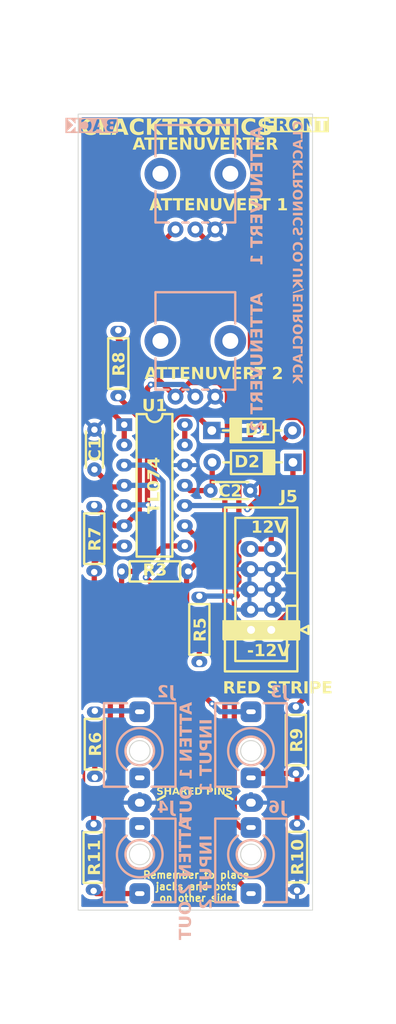
<source format=kicad_pcb>
(kicad_pcb (version 20240108) (generator "pcbnew") (generator_version "8.0")
  (layers (0 "F.Cu" signal) (31 "B.Cu" signal) (34 "B.Paste" user) (35 "F.Paste" user) (36 "B.SilkS" user "B.Silkscreen") (37 "F.SilkS" user "F.Silkscreen") (38 "B.Mask" user) (39 "F.Mask" user) (44 "Edge.Cuts" user))
  (net 0 "")
  (net 1 "+12V")
  (net 2 "Net-(D1-A)")
  (net 3 "Net-(D2-K)")
  (net 4 "-12V")
  (net 5 "GND")
  (net 7 "Net-(J2-PadT)")
  (net 8 "Net-(U1A-+)")
  (net 9 "Net-(J3-PadTN)")
  (net 10 "Net-(J4-PadT)")
  (net 12 "Net-(U1A--)")
  (net 13 "Net-(U1C--)")
  (net 14 "Net-(U1D--)")
  (net 15 "Net-(R11-Pad1)")
  (net 16 "Net-(U1B--)")
  (net 17 "Net-(U1C-+)")
  (net 18 "Net-(U1B-+)")
  (net 19 "Net-(R3-Pad2)")
  (net 20 "Net-(J6-PadT)")
  (footprint "BYOM_General:D_TH_DO-41_P10.16mm" (layer "F.Cu") (at 138.77 84.6)
    (property "Reference" "D1" (at 5.775 0 0) (layer "F.SilkS") (effects (font (size 1.5 1.5) (thickness 0.2) (bold yes))))
    (property "Value" "1N5817")
    (fp_line (start 1.4 0) (end 2.35 0) (stroke (width 0.3)) (layer "F.SilkS"))
    (fp_line (start 2.36 -1.47) (end 2.36 1.47) (stroke (width 0.3)) (layer "F.SilkS"))
    (fp_line (start 2.36 1.47) (end 7.8 1.47) (stroke (width 0.3)) (layer "F.SilkS"))
    (fp_line (start 7.8 -1.47) (end 2.36 -1.47) (stroke (width 0.3)) (layer "F.SilkS"))
    (fp_line (start 7.8 -1.47) (end 3.75 -1.5) (stroke (width 0.12)) (layer "F.SilkS"))
    (fp_line (start 7.8 0) (end 8.75 0) (stroke (width 0.3)) (layer "F.SilkS"))
    (fp_line (start 7.8 1.47) (end 7.8 -1.47) (stroke (width 0.3)) (layer "F.SilkS"))
    (fp_poly (pts (xy 2.36 -1.47) (xy 2.36 1.47) (xy 3.75 1.5) (xy 3.75 -1.5)) (stroke (width 0.1)) (fill solid) (layer "F.SilkS"))
    (pad "1" thru_hole rect (at 0 0) (size 2.2 2.2) (drill 1.1) (layers "*.Cu" "*.Mask") (net 1 "+12V"))
    (pad "2" thru_hole oval (at 10.16 0) (size 2.2 2.2) (drill 1.1) (layers "*.Cu" "*.Mask") (net 2 "Net-(D1-A)"))
  )
  (footprint "BYOM_General:IDC-Header_2x05_P2.54mm_Vertical" (layer "F.Cu") (at 146.25 109.645 180)
    (property "Reference" "J5" (at -2.2 16.67 180) (layer "F.SilkS") (effects (font (size 1.5 1.5) (thickness 0.2) (bold yes))))
    (property "Value" "Eurorack socket")
    (fp_line (start 5.83 15.37) (end -3.29 15.37) (stroke (width 0.3)) (layer "F.SilkS"))
    (fp_line (start 5.83 -5.21) (end 5.83 15.37) (stroke (width 0.3)) (layer "F.SilkS"))
    (fp_line (start 4.52 14.07) (end -1.98 14.07) (stroke (width 0.3)) (layer "F.SilkS"))
    (fp_line (start 4.52 -3.91) (end 4.52 14.07) (stroke (width 0.3)) (layer "F.SilkS"))
    (fp_line (start -1.98 14.07) (end -1.98 7.13) (stroke (width 0.3)) (layer "F.SilkS"))
    (fp_line (start -1.98 7.13) (end -1.98 7.13) (stroke (width 0.3)) (layer "F.SilkS"))
    (fp_line (start -1.98 7.13) (end -3.29 7.13) (stroke (width 0.3)) (layer "F.SilkS"))
    (fp_line (start -1.98 3.03) (end -1.98 -3.91) (stroke (width 0.3)) (layer "F.SilkS"))
    (fp_line (start -1.98 -3.91) (end 4.52 -3.91) (stroke (width 0.3)) (layer "F.SilkS"))
    (fp_line (start -3.29 15.37) (end -3.29 -5.21) (stroke (width 0.3)) (layer "F.SilkS"))
    (fp_line (start -3.29 3.03) (end -1.98 3.03) (stroke (width 0.3)) (layer "F.SilkS"))
    (fp_line (start -3.29 -5.21) (end 5.83 -5.21) (stroke (width 0.3)) (layer "F.SilkS"))
    (fp_line (start -3.68 0) (end -4.68 -0.5) (stroke (width 0.3)) (layer "F.SilkS"))
    (fp_line (start -4.68 0.5) (end -3.68 0) (stroke (width 0.3)) (layer "F.SilkS"))
    (fp_line (start -4.68 -0.5) (end -4.68 0.5) (stroke (width 0.3)) (layer "F.SilkS"))
    (pad "1" thru_hole roundrect (at 0 0 180) (size 2.3 2) (drill 1 (offset -0.2 0)) (layers "*.Cu" "*.Mask") (roundrect_rratio 0.125) (net 3 "Net-(D2-K)"))
    (pad "2" thru_hole oval (at 2.54 0 180) (size 2.3 2) (drill 1 (offset 0.2 0)) (layers "*.Cu" "*.Mask") (net 3 "Net-(D2-K)"))
    (pad "3" thru_hole oval (at 0 2.54 180) (size 2.3 2) (drill 1 (offset -0.2 0)) (layers "*.Cu" "*.Mask") (net 5 "GND"))
    (pad "4" thru_hole oval (at 2.54 2.54 180) (size 2.3 2) (drill 1 (offset 0.2 0)) (layers "*.Cu" "*.Mask") (net 5 "GND"))
    (pad "5" thru_hole oval (at 0 5.08 180) (size 2.3 2) (drill 1 (offset -0.2 0)) (layers "*.Cu" "*.Mask") (net 5 "GND"))
    (pad "6" thru_hole oval (at 2.54 5.08 180) (size 2.3 2) (drill 1 (offset 0.2 0)) (layers "*.Cu" "*.Mask") (net 5 "GND"))
    (pad "7" thru_hole oval (at 0 7.62 180) (size 2.3 2) (drill 1 (offset -0.2 0)) (layers "*.Cu" "*.Mask") (net 5 "GND"))
    (pad "8" thru_hole oval (at 2.54 7.62 180) (size 2.3 2) (drill 1 (offset 0.2 0)) (layers "*.Cu" "*.Mask") (net 5 "GND"))
    (pad "9" thru_hole oval (at 0 10.16 180) (size 2.3 2) (drill 1 (offset -0.2 0)) (layers "*.Cu" "*.Mask") (net 2 "Net-(D1-A)"))
    (pad "10" thru_hole oval (at 2.54 10.16 180) (size 2.3 2) (drill 1 (offset 0.2 0)) (layers "*.Cu" "*.Mask") (net 2 "Net-(D1-A)"))
  )
  (footprint "BYOM_General:R_Axial_DIN0204_L3.6mm_D1.6mm_P7.62mm_Horizontal" (layer "F.Cu") (at 127 72 -90)
    (property "Reference" "R8" (at 4.25 -0.15 90) (layer "F.SilkS") (effects (font (size 1.5 1.5) (thickness 0.2) (bold yes))))
    (property "Value" "100kΩ")
    (fp_line (start 1.016 1.27) (end 7.366 1.27) (stroke (width 0.3)) (layer "F.SilkS"))
    (fp_line (start 7.366 1.27) (end 7.366 -1.27) (stroke (width 0.3)) (layer "F.SilkS"))
    (fp_line (start 1.016 -1.27) (end 1.016 1.27) (stroke (width 0.3)) (layer "F.SilkS"))
    (fp_line (start 7.366 -1.27) (end 1.016 -1.27) (stroke (width 0.3)) (layer "F.SilkS"))
    (pad "1" thru_hole oval (at 0 0 270) (size 1.4 2) (drill 0.8 (offset 0.15 0)) (layers "*.Cu" "*.Mask") (net 20 "Net-(J6-PadT)"))
    (pad "2" thru_hole oval (at 8.382 0 90) (size 1.4 2) (drill 0.8 (offset 0.15 0)) (layers "*.Cu" "*.Mask") (net 16 "Net-(U1B--)"))
  )
  (footprint "BYOM_General:R_Axial_DIN0204_L3.6mm_D1.6mm_P7.62mm_Horizontal" (layer "F.Cu") (at 149.5 134 -90)
    (property "Reference" "R10" (at 4.191 -0.15 90) (layer "F.SilkS") (effects (font (size 1.5 1.5) (thickness 0.2) (bold yes))))
    (property "Value" "100kΩ")
    (fp_line (start 1.016 1.27) (end 7.366 1.27) (stroke (width 0.3)) (layer "F.SilkS"))
    (fp_line (start 7.366 1.27) (end 7.366 -1.27) (stroke (width 0.3)) (layer "F.SilkS"))
    (fp_line (start 1.016 -1.27) (end 1.016 1.27) (stroke (width 0.3)) (layer "F.SilkS"))
    (fp_line (start 7.366 -1.27) (end 1.016 -1.27) (stroke (width 0.3)) (layer "F.SilkS"))
    (pad "1" thru_hole oval (at 0 0 270) (size 1.4 2) (drill 0.8 (offset 0.15 0)) (layers "*.Cu" "*.Mask") (net 9 "Net-(J3-PadTN)"))
    (pad "2" thru_hole oval (at 8.382 0 90) (size 1.4 2) (drill 0.8 (offset 0.15 0)) (layers "*.Cu" "*.Mask") (net 5 "GND"))
  )
  (footprint "BYOM_General:R_Axial_DIN0204_L3.6mm_D1.6mm_P7.62mm_Horizontal" (layer "F.Cu") (at 135.8 102.3 180)
    (property "Reference" "R3" (at 4.191 0.1 180) (layer "F.SilkS") (effects (font (size 1.5 1.5) (thickness 0.2) (bold yes))))
    (property "Value" "100kΩ")
    (fp_line (start 7.366 1.27) (end 7.366 -1.27) (stroke (width 0.3)) (layer "F.SilkS"))
    (fp_line (start 7.366 -1.27) (end 1.016 -1.27) (stroke (width 0.3)) (layer "F.SilkS"))
    (fp_line (start 1.016 1.27) (end 7.366 1.27) (stroke (width 0.3)) (layer "F.SilkS"))
    (fp_line (start 1.016 -1.27) (end 1.016 1.27) (stroke (width 0.3)) (layer "F.SilkS"))
    (pad "1" thru_hole oval (at 0 0 180) (size 1.4 2) (drill 0.8 (offset 0.15 0)) (layers "*.Cu" "*.Mask") (net 13 "Net-(U1C--)"))
    (pad "2" thru_hole oval (at 8.382 0) (size 1.4 2) (drill 0.8 (offset 0.15 0)) (layers "*.Cu" "*.Mask") (net 19 "Net-(R3-Pad2)"))
  )
  (footprint "BYOM_General:DIP-14_W7.62mm_LongPads_copy" (layer "F.Cu") (at 127.75 83.87)
    (property "Reference" "U1" (at 3.81 -2.33 0) (layer "F.SilkS") (effects (font (size 1.5 1.5) (thickness 0.2) (bold yes))))
    (property "Value" "TL074")
    (fp_line (start 1.56 -1.33) (end 1.56 16.57) (stroke (width 0.3)) (layer "F.SilkS"))
    (fp_line (start 1.56 16.57) (end 6.06 16.57) (stroke (width 0.3)) (layer "F.SilkS"))
    (fp_line (start 2.81 -1.33) (end 1.56 -1.33) (stroke (width 0.3)) (layer "F.SilkS"))
    (fp_line (start 6.06 -1.33) (end 4.81 -1.33) (stroke (width 0.3)) (layer "F.SilkS"))
    (fp_line (start 6.06 16.57) (end 6.06 -1.33) (stroke (width 0.3)) (layer "F.SilkS"))
    (fp_arc (start 4.81 -1.33) (mid 3.81 -0.33) (end 2.81 -1.33) (stroke (width 0.3)) (layer "F.SilkS"))
    (pad "1" thru_hole rect (at 0 0) (size 2 1.6) (drill 0.8) (layers "*.Cu" "*.Mask") (net 12 "Net-(U1A--)"))
    (pad "2" thru_hole oval (at 0 2.54) (size 2 1.6) (drill 0.8) (layers "*.Cu" "*.Mask") (net 12 "Net-(U1A--)"))
    (pad "3" thru_hole oval (at 0 5.08) (size 2 1.6) (drill 0.8) (layers "*.Cu" "*.Mask") (net 8 "Net-(U1A-+)"))
    (pad "4" thru_hole oval (at 0 7.62) (size 2 1.6) (drill 0.8) (layers "*.Cu" "*.Mask") (net 1 "+12V"))
    (pad "5" thru_hole oval (at 0 10.16) (size 2 1.6) (drill 0.8) (layers "*.Cu" "*.Mask") (net 18 "Net-(U1B-+)"))
    (pad "6" thru_hole oval (at 0 12.7) (size 2 1.6) (drill 0.8) (layers "*.Cu" "*.Mask") (net 16 "Net-(U1B--)"))
    (pad "7" thru_hole oval (at 0 15.24) (size 2 1.6) (drill 0.8) (layers "*.Cu" "*.Mask") (net 15 "Net-(R11-Pad1)"))
    (pad "8" thru_hole oval (at 7.62 15.24) (size 2 1.6) (drill 0.8) (layers "*.Cu" "*.Mask") (net 19 "Net-(R3-Pad2)"))
    (pad "9" thru_hole oval (at 7.62 12.7) (size 2 1.6) (drill 0.8) (layers "*.Cu" "*.Mask") (net 13 "Net-(U1C--)"))
    (pad "10" thru_hole oval (at 7.62 10.16) (size 2 1.6) (drill 0.8) (layers "*.Cu" "*.Mask") (net 17 "Net-(U1C-+)"))
    (pad "11" thru_hole oval (at 7.62 7.62) (size 2 1.6) (drill 0.8) (layers "*.Cu" "*.Mask") (net 4 "-12V"))
    (pad "12" thru_hole oval (at 7.62 5.08) (size 2 1.6) (drill 0.8) (layers "*.Cu" "*.Mask") (net 5 "GND"))
    (pad "13" thru_hole oval (at 7.62 2.54) (size 2 1.6) (drill 0.8) (layers "*.Cu" "*.Mask") (net 14 "Net-(U1D--)"))
    (pad "14" thru_hole oval (at 7.62 0) (size 2 1.6) (drill 0.8) (layers "*.Cu" "*.Mask") (net 14 "Net-(U1D--)"))
  )
  (footprint "BYOM_General:R_Axial_DIN0204_L3.6mm_D1.6mm_P7.62mm_Horizontal" (layer "F.Cu") (at 137.2 105.4 -90)
    (property "Reference" "R5" (at 4.225 -0.175 90) (layer "F.SilkS") (effects (font (size 1.5 1.5) (thickness 0.2) (bold yes))))
    (property "Value" "100kΩ")
    (fp_line (start 1.016 1.27) (end 7.366 1.27) (stroke (width 0.3)) (layer "F.SilkS"))
    (fp_line (start 7.366 1.27) (end 7.366 -1.27) (stroke (width 0.3)) (layer "F.SilkS"))
    (fp_line (start 1.016 -1.27) (end 1.016 1.27) (stroke (width 0.3)) (layer "F.SilkS"))
    (fp_line (start 7.366 -1.27) (end 1.016 -1.27) (stroke (width 0.3)) (layer "F.SilkS"))
    (pad "1" thru_hole oval (at 0 0 270) (size 1.4 2) (drill 0.8 (offset 0.15 0)) (layers "*.Cu" "*.Mask") (net 12 "Net-(U1A--)"))
    (pad "2" thru_hole oval (at 8.382 0 90) (size 1.4 2) (drill 0.8 (offset 0.15 0)) (layers "*.Cu" "*.Mask") (net 13 "Net-(U1C--)"))
  )
  (footprint "BYOM_General:R_Axial_DIN0204_L3.6mm_D1.6mm_P7.62mm_Horizontal" (layer "F.Cu") (at 124.05 128.2 90)
    (property "Reference" "R6" (at 4.2 0.15 -90) (layer "F.SilkS") (effects (font (size 1.5 1.5) (thickness 0.2) (bold yes))))
    (property "Value" "1kΩ")
    (fp_line (start 7.366 -1.27) (end 1.016 -1.27) (stroke (width 0.3)) (layer "F.SilkS"))
    (fp_line (start 1.016 -1.27) (end 1.016 1.27) (stroke (width 0.3)) (layer "F.SilkS"))
    (fp_line (start 7.366 1.27) (end 7.366 -1.27) (stroke (width 0.3)) (layer "F.SilkS"))
    (fp_line (start 1.016 1.27) (end 7.366 1.27) (stroke (width 0.3)) (layer "F.SilkS"))
    (pad "1" thru_hole oval (at 0 0 90) (size 1.4 2) (drill 0.8 (offset 0.15 0)) (layers "*.Cu" "*.Mask") (net 19 "Net-(R3-Pad2)"))
    (pad "2" thru_hole oval (at 8.382 0 270) (size 1.4 2) (drill 0.8 (offset 0.15 0)) (layers "*.Cu" "*.Mask") (net 7 "Net-(J2-PadT)"))
  )
  (footprint "BYOM_General:C_TH_Disc_P5.00mm" (layer "F.Cu") (at 124 89.5 90)
    (property "Reference" "C1" (at 2.5 0.15 -90) (layer "F.SilkS") (effects (font (size 1.5 1.5) (thickness 0.2) (bold yes))))
    (property "Value" "100nF")
    (fp_line (start 4.77 -1.07) (end 4.77 -1.055) (stroke (width 0.12)) (layer "F.SilkS"))
    (fp_line (start 0.23 -1.07) (end 4.77 -1.07) (stroke (width 0.3)) (layer "F.SilkS"))
    (fp_line (start 0.23 -1.07) (end 0.23 -1.055) (stroke (width 0.12)) (layer "F.SilkS"))
    (fp_line (start 4.77 1.055) (end 4.77 1.07) (stroke (width 0.12)) (layer "F.SilkS"))
    (fp_line (start 0.23 1.055) (end 0.23 1.07) (stroke (width 0.12)) (layer "F.SilkS"))
    (fp_line (start 0.23 1.07) (end 4.77 1.07) (stroke (width 0.3)) (layer "F.SilkS"))
    (pad "1" thru_hole circle (at 0 0 90) (size 1.8 1.8) (drill 0.8) (layers "*.Cu" "*.Mask") (net 1 "+12V"))
    (pad "2" thru_hole circle (at 5 0 90) (size 1.8 1.8) (drill 0.8) (layers "*.Cu" "*.Mask") (net 5 "GND"))
  )
  (footprint "BYOM_General:R_Axial_DIN0204_L3.6mm_D1.6mm_P7.62mm_Horizontal" (layer "F.Cu") (at 123.975 94 -90)
    (property "Reference" "R7" (at 4.225 -0.15 -90) (layer "F.SilkS") (effects (font (size 1.5 1.5) (thickness 0.2) (bold yes))))
    (property "Value" "100kΩ")
    (fp_line (start 1.016 1.27) (end 7.366 1.27) (stroke (width 0.3)) (layer "F.SilkS"))
    (fp_line (start 7.366 1.27) (end 7.366 -1.27) (stroke (width 0.3)) (layer "F.SilkS"))
    (fp_line (start 1.016 -1.27) (end 1.016 1.27) (stroke (width 0.3)) (layer "F.SilkS"))
    (fp_line (start 7.366 -1.27) (end 1.016 -1.27) (stroke (width 0.3)) (layer "F.SilkS"))
    (pad "1" thru_hole oval (at 0 0 270) (size 1.4 2) (drill 0.8 (offset 0.15 0)) (layers "*.Cu" "*.Mask") (net 16 "Net-(U1B--)"))
    (pad "2" thru_hole oval (at 8.382 0 90) (size 1.4 2) (drill 0.8 (offset 0.15 0)) (layers "*.Cu" "*.Mask") (net 15 "Net-(R11-Pad1)"))
  )
  (footprint "BYOM_General:R_Axial_DIN0204_L3.6mm_D1.6mm_P7.62mm_Horizontal" (layer "F.Cu") (at 123.9 134.05 -90)
    (property "Reference" "R11" (at 4.2 -0.175 90) (layer "F.SilkS") (effects (font (size 1.5 1.5) (thickness 0.2) (bold yes))))
    (property "Value" "1kΩ")
    (fp_line (start 1.016 1.27) (end 7.366 1.27) (stroke (width 0.3)) (layer "F.SilkS"))
    (fp_line (start 7.366 1.27) (end 7.366 -1.27) (stroke (width 0.3)) (layer "F.SilkS"))
    (fp_line (start 1.016 -1.27) (end 1.016 1.27) (stroke (width 0.3)) (layer "F.SilkS"))
    (fp_line (start 7.366 -1.27) (end 1.016 -1.27) (stroke (width 0.3)) (layer "F.SilkS"))
    (pad "1" thru_hole oval (at 0 0 270) (size 1.4 2) (drill 0.8 (offset 0.15 0)) (layers "*.Cu" "*.Mask") (net 15 "Net-(R11-Pad1)"))
    (pad "2" thru_hole oval (at 8.382 0 90) (size 1.4 2) (drill 0.8 (offset 0.15 0)) (layers "*.Cu" "*.Mask") (net 10 "Net-(J4-PadT)"))
  )
  (footprint "BYOM_General:R_Axial_DIN0204_L3.6mm_D1.6mm_P7.62mm_Horizontal" (layer "F.Cu") (at 149.35 119.3 -90)
    (property "Reference" "R9" (at 4.2 -0.175 90) (layer "F.SilkS") (effects (font (size 1.5 1.5) (thickness 0.2) (bold yes))))
    (property "Value" "100kΩ")
    (fp_line (start 1.016 1.27) (end 7.366 1.27) (stroke (width 0.3)) (layer "F.SilkS"))
    (fp_line (start 7.366 1.27) (end 7.366 -1.27) (stroke (width 0.3)) (layer "F.SilkS"))
    (fp_line (start 1.016 -1.27) (end 1.016 1.27) (stroke (width 0.3)) (layer "F.SilkS"))
    (fp_line (start 7.366 -1.27) (end 1.016 -1.27) (stroke (width 0.3)) (layer "F.SilkS"))
    (pad "1" thru_hole oval (at 0 0 270) (size 1.4 2) (drill 0.8 (offset 0.15 0)) (layers "*.Cu" "*.Mask") (net 1 "+12V"))
    (pad "2" thru_hole oval (at 8.382 0 90) (size 1.4 2) (drill 0.8 (offset 0.15 0)) (layers "*.Cu" "*.Mask") (net 9 "Net-(J3-PadTN)"))
  )
  (footprint "BYOM_General:D_TH_DO-41_P10.16mm" (layer "F.Cu") (at 148.98 88.6 180)
    (property "Reference" "D2" (at 5.775 0 180) (layer "F.SilkS") (effects (font (size 1.5 1.5) (thickness 0.2) (bold yes))))
    (property "Value" "1N5817")
    (fp_line (start 7.8 1.47) (end 7.8 -1.47) (stroke (width 0.3)) (layer "F.SilkS"))
    (fp_line (start 7.8 0) (end 8.75 0) (stroke (width 0.3)) (layer "F.SilkS"))
    (fp_line (start 7.8 -1.47) (end 3.75 -1.5) (stroke (width 0.12)) (layer "F.SilkS"))
    (fp_line (start 7.8 -1.47) (end 2.36 -1.47) (stroke (width 0.3)) (layer "F.SilkS"))
    (fp_line (start 2.36 1.47) (end 7.8 1.47) (stroke (width 0.3)) (layer "F.SilkS"))
    (fp_line (start 2.36 -1.47) (end 2.36 1.47) (stroke (width 0.3)) (layer "F.SilkS"))
    (fp_line (start 1.4 0) (end 2.35 0) (stroke (width 0.3)) (layer "F.SilkS"))
    (fp_poly (pts (xy 2.36 -1.47) (xy 2.36 1.47) (xy 3.75 1.5) (xy 3.75 -1.5)) (stroke (width 0.1)) (fill solid) (layer "F.SilkS"))
    (pad "1" thru_hole rect (at 0 0 180) (size 2.2 2.2) (drill 1.1) (layers "*.Cu" "*.Mask") (net 3 "Net-(D2-K)"))
    (pad "2" thru_hole oval (at 10.16 0 180) (size 2.2 2.2) (drill 1.1) (layers "*.Cu" "*.Mask") (net 4 "-12V"))
  )
  (footprint "BYOM_General:C_TH_Disc_P5.00mm" (layer "F.Cu") (at 143.6 92.15 180)
    (property "Reference" "C2" (at 2.5 -0.125 180) (layer "F.SilkS") (effects (font (size 1.5 1.5) (thickness 0.2) (bold yes))))
    (property "Value" "100nF")
    (fp_line (start 4.77 1.055) (end 4.77 1.07) (stroke (width 0.12)) (layer "F.SilkS"))
    (fp_line (start 4.77 -1.07) (end 4.77 -1.055) (stroke (width 0.12)) (layer "F.SilkS"))
    (fp_line (start 0.23 1.07) (end 4.77 1.07) (stroke (width 0.3)) (layer "F.SilkS"))
    (fp_line (start 0.23 1.055) (end 0.23 1.07) (stroke (width 0.12)) (layer "F.SilkS"))
    (fp_line (start 0.23 -1.07) (end 4.77 -1.07) (stroke (width 0.3)) (layer "F.SilkS"))
    (fp_line (start 0.23 -1.07) (end 0.23 -1.055) (stroke (width 0.12)) (layer "F.SilkS"))
    (pad "1" thru_hole circle (at 0 0 180) (size 1.8 1.8) (drill 0.8) (layers "*.Cu" "*.Mask") (net 5 "GND"))
    (pad "2" thru_hole circle (at 5 0 180) (size 1.8 1.8) (drill 0.8) (layers "*.Cu" "*.Mask") (net 4 "-12V"))
  )
  (footprint "BYOM_General:Jack_3.5mm_QingPu_WQP-PJ398SM_Vertical" (layer "B.Cu") (at 143.7 124.85 180)
    (property "Reference" "J3" (at -3.55 7.35 180) (layer "B.SilkS") (effects (font (size 1.5 1.5) (thickness 0.2) (bold yes)) (justify mirror)))
    (property "Value" "Input 1")
    (fp_line (start 4.5 6) (end 4.5 -4.5) (stroke (width 0.3)) (layer "B.SilkS"))
    (fp_line (start 4.5 6) (end 1.6 6) (stroke (width 0.3)) (layer "B.SilkS"))
    (fp_line (start 4.5 -4.5) (end 1.5 -4.5) (stroke (width 0.3)) (layer "B.SilkS"))
    (fp_line (start -1.5 -4.5) (end -4.5 -4.5) (stroke (width 0.3)) (layer "B.SilkS"))
    (fp_line (start -1.6 6) (end -4.5 6) (stroke (width 0.3)) (layer "B.SilkS"))
    (fp_line (start -4.5 6) (end -4.5 -4.5) (stroke (width 0.3)) (layer "B.SilkS"))
    (fp_arc (start 1.603971 -2.381653) (mid 0.027931 2.871274) (end -1.65 -2.349999) (stroke (width 0.3)) (layer "B.SilkS"))
    (fp_circle (center 0 0) (end -1.8 0) (stroke (width 0.3)) (fill none) (layer "B.SilkS"))
    (fp_circle (center 0 0) (end 1.3 0) (stroke (width 0.12)) (fill none) (layer "Edge.Cuts"))
    (pad "S" thru_hole oval (at 0 -6.5 180) (size 3.1 2.3) (drill oval 1.2 1) (layers "*.Cu" "*.Mask") (net 5 "GND"))
    (pad "T" thru_hole roundrect (at 0 4.92 180) (size 2.6 2.6) (drill oval 1.2 0.6) (layers "*.Cu" "*.Mask") (net 8 "Net-(U1A-+)"))
    (pad "TN" thru_hole roundrect (at 0 -3.38 180) (size 2.6 2.6) (drill oval 1.2 0.6) (layers "*.Cu" "*.Mask") (net 9 "Net-(J3-PadTN)"))
    (zone (net 0) (net_name "") (layers "B.Cu" "B.SilkS") (connect_pads (clearance 0)) (min_thickness 0.25)
      (keepout (tracks not_allowed) (vias not_allowed) (pads not_allowed) (copperpour not_allowed) (footprints not_allowed))
      (fill (thermal_gap 0.5) (thermal_bridge_width 0.5))
      (polygon (pts (xy 142.2 124.85) (xy 142.220458 124.603108) (xy 142.281274 124.362951) (xy 142.380789 124.136079) (xy 142.516289 123.928681) (xy 142.684078 123.746414) (xy 142.879578 123.59425) (xy 143.097457 123.47634) (xy 143.331772 123.3959) (xy 143.576131 123.355123) (xy 143.823869 123.355123) (xy 144.068228 123.3959) (xy 144.302543 123.47634) (xy 144.520422 123.59425) (xy 144.715922 123.746414) (xy 144.883711 123.928681) (xy 145.019211 124.136079) (xy 145.118726 124.362951) (xy 145.179542 124.603108) (xy 145.2 124.85) (xy 145.179542 125.096892) (xy 145.118726 125.337049) (xy 145.019211 125.563921) (xy 144.883711 125.771319) (xy 144.715922 125.953586) (xy 144.520422 126.10575) (xy 144.302543 126.22366) (xy 144.068228 126.3041) (xy 143.823869 126.344877) (xy 143.576131 126.344877) (xy 143.331772 126.3041) (xy 143.097457 126.22366) (xy 142.879578 126.10575) (xy 142.684078 125.953586) (xy 142.516289 125.771319) (xy 142.380789 125.563921) (xy 142.281274 125.337049) (xy 142.220458 125.096892)))
    )
  )
  (footprint "BYOM_General:Jack_3.5mm_QingPu_WQP-PJ398SM_Vertical" (layer "B.Cu") (at 129.7 137.85)
    (property "Reference" "J4" (at 3.3 -5.85 0) (layer "B.SilkS") (effects (font (size 1.5 1.5) (thickness 0.2) (bold yes)) (justify mirror)))
    (property "Value" "Attenuvert 2")
    (fp_line (start -4.5 6) (end -4.5 -4.5) (stroke (width 0.3)) (layer "B.SilkS"))
    (fp_line (start -1.6 6) (end -4.5 6) (stroke (width 0.3)) (layer "B.SilkS"))
    (fp_line (start -1.5 -4.5) (end -4.5 -4.5) (stroke (width 0.3)) (layer "B.SilkS"))
    (fp_line (start 4.5 -4.5) (end 1.5 -4.5) (stroke (width 0.3)) (layer "B.SilkS"))
    (fp_line (start 4.5 6) (end 1.6 6) (stroke (width 0.3)) (layer "B.SilkS"))
    (fp_line (start 4.5 6) (end 4.5 -4.5) (stroke (width 0.3)) (layer "B.SilkS"))
    (fp_arc (start 1.603971 -2.381653) (mid 0.027931 2.871274) (end -1.65 -2.349999) (stroke (width 0.3)) (layer "B.SilkS"))
    (fp_circle (center 0 0) (end -1.8 0) (stroke (width 0.3)) (fill none) (layer "B.SilkS"))
    (fp_circle (center 0 0) (end 1.3 0) (stroke (width 0.12)) (fill none) (layer "Edge.Cuts"))
    (pad "S" thru_hole oval (at 0 -6.5) (size 3.1 2.3) (drill oval 1.2 1) (layers "*.Cu" "*.Mask") (net 5 "GND"))
    (pad "T" thru_hole roundrect (at 0 4.92) (size 2.6 2.6) (drill oval 1.2 0.6) (layers "*.Cu" "*.Mask") (net 10 "Net-(J4-PadT)"))
    (pad "TN" thru_hole roundrect (at 0 -3.38) (size 2.6 2.6) (drill oval 1.2 0.6) (layers "*.Cu" "*.Mask"))
    (zone (net 0) (net_name "") (layers "B.Cu" "B.SilkS") (connect_pads (clearance 0)) (min_thickness 0.25)
      (keepout (tracks not_allowed) (vias not_allowed) (pads not_allowed) (copperpour not_allowed) (footprints not_allowed))
      (fill (thermal_gap 0.5) (thermal_bridge_width 0.5))
      (polygon (pts (xy 131.2 137.85) (xy 131.179542 138.096892) (xy 131.118726 138.337049) (xy 131.019211 138.563921) (xy 130.883711 138.771319) (xy 130.715922 138.953586) (xy 130.520422 139.10575) (xy 130.302543 139.22366) (xy 130.068228 139.3041) (xy 129.823869 139.344877) (xy 129.576131 139.344877) (xy 129.331772 139.3041) (xy 129.097457 139.22366) (xy 128.879578 139.10575) (xy 128.684078 138.953586) (xy 128.516289 138.771319) (xy 128.380789 138.563921) (xy 128.281274 138.337049) (xy 128.220458 138.096892) (xy 128.2 137.85) (xy 128.220458 137.603108) (xy 128.281274 137.362951) (xy 128.380789 137.136079) (xy 128.516289 136.928681) (xy 128.684078 136.746414) (xy 128.879578 136.59425) (xy 129.097457 136.47634) (xy 129.331772 136.3959) (xy 129.576131 136.355123) (xy 129.823869 136.355123) (xy 130.068228 136.3959) (xy 130.302543 136.47634) (xy 130.520422 136.59425) (xy 130.715922 136.746414) (xy 130.883711 136.928681) (xy 131.019211 137.136079) (xy 131.118726 137.362951) (xy 131.179542 137.603108)))
    )
  )
  (footprint "BYOM_General:Jack_3.5mm_QingPu_WQP-PJ398SM_Vertical" (layer "B.Cu") (at 143.7 137.85)
    (property "Reference" "J6" (at 3.3 -5.85 0) (layer "B.SilkS") (effects (font (size 1.5 1.5) (thickness 0.2) (bold yes)) (justify mirror)))
    (property "Value" "Input 2")
    (fp_line (start -4.5 6) (end -4.5 -4.5) (stroke (width 0.3)) (layer "B.SilkS"))
    (fp_line (start -1.6 6) (end -4.5 6) (stroke (width 0.3)) (layer "B.SilkS"))
    (fp_line (start -1.5 -4.5) (end -4.5 -4.5) (stroke (width 0.3)) (layer "B.SilkS"))
    (fp_line (start 4.5 -4.5) (end 1.5 -4.5) (stroke (width 0.3)) (layer "B.SilkS"))
    (fp_line (start 4.5 6) (end 1.6 6) (stroke (width 0.3)) (layer "B.SilkS"))
    (fp_line (start 4.5 6) (end 4.5 -4.5) (stroke (width 0.3)) (layer "B.SilkS"))
    (fp_arc (start 1.603971 -2.381653) (mid 0.027931 2.871274) (end -1.65 -2.349999) (stroke (width 0.3)) (layer "B.SilkS"))
    (fp_circle (center 0 0) (end -1.8 0) (stroke (width 0.3)) (fill none) (layer "B.SilkS"))
    (fp_circle (center 0 0) (end 1.3 0) (stroke (width 0.12)) (fill none) (layer "Edge.Cuts"))
    (pad "S" thru_hole oval (at 0 -6.5) (size 3.1 2.3) (drill oval 1.2 1) (layers "*.Cu" "*.Mask") (net 5 "GND"))
    (pad "T" thru_hole roundrect (at 0 4.92) (size 2.6 2.6) (drill oval 1.2 0.6) (layers "*.Cu" "*.Mask") (net 20 "Net-(J6-PadT)"))
    (pad "TN" thru_hole roundrect (at 0 -3.38) (size 2.6 2.6) (drill oval 1.2 0.6) (layers "*.Cu" "*.Mask") (net 12 "Net-(U1A--)"))
    (zone (net 0) (net_name "") (layers "B.Cu" "B.SilkS") (connect_pads (clearance 0)) (min_thickness 0.25)
      (keepout (tracks not_allowed) (vias not_allowed) (pads not_allowed) (copperpour not_allowed) (footprints not_allowed))
      (fill (thermal_gap 0.5) (thermal_bridge_width 0.5))
      (polygon (pts (xy 145.2 137.85) (xy 145.179542 138.096892) (xy 145.118726 138.337049) (xy 145.019211 138.563921) (xy 144.883711 138.771319) (xy 144.715922 138.953586) (xy 144.520422 139.10575) (xy 144.302543 139.22366) (xy 144.068228 139.3041) (xy 143.823869 139.344877) (xy 143.576131 139.344877) (xy 143.331772 139.3041) (xy 143.097457 139.22366) (xy 142.879578 139.10575) (xy 142.684078 138.953586) (xy 142.516289 138.771319) (xy 142.380789 138.563921) (xy 142.281274 138.337049) (xy 142.220458 138.096892) (xy 142.2 137.85) (xy 142.220458 137.603108) (xy 142.281274 137.362951) (xy 142.380789 137.136079) (xy 142.516289 136.928681) (xy 142.684078 136.746414) (xy 142.879578 136.59425) (xy 143.097457 136.47634) (xy 143.331772 136.3959) (xy 143.576131 136.355123) (xy 143.823869 136.355123) (xy 144.068228 136.3959) (xy 144.302543 136.47634) (xy 144.520422 136.59425) (xy 144.715922 136.746414) (xy 144.883711 136.928681) (xy 145.019211 137.136079) (xy 145.118726 137.362951) (xy 145.179542 137.603108)))
    )
  )
  (footprint "BYOM_General:Jack_3.5mm_QingPu_WQP-PJ398SM_Vertical" (layer "B.Cu") (at 129.7 124.85 180)
    (property "Reference" "J2" (at -3.3 7.35 180) (layer "B.SilkS") (effects (font (size 1.5 1.5) (thickness 0.2) (bold yes)) (justify mirror)))
    (property "Value" "Attenuvert 1")
    (fp_line (start 4.5 6) (end 4.5 -4.5) (stroke (width 0.3)) (layer "B.SilkS"))
    (fp_line (start 4.5 6) (end 1.6 6) (stroke (width 0.3)) (layer "B.SilkS"))
    (fp_line (start 4.5 -4.5) (end 1.5 -4.5) (stroke (width 0.3)) (layer "B.SilkS"))
    (fp_line (start -1.5 -4.5) (end -4.5 -4.5) (stroke (width 0.3)) (layer "B.SilkS"))
    (fp_line (start -1.6 6) (end -4.5 6) (stroke (width 0.3)) (layer "B.SilkS"))
    (fp_line (start -4.5 6) (end -4.5 -4.5) (stroke (width 0.3)) (layer "B.SilkS"))
    (fp_arc (start 1.603971 -2.381653) (mid 0.027931 2.871274) (end -1.65 -2.349999) (stroke (width 0.3)) (layer "B.SilkS"))
    (fp_circle (center 0 0) (end -1.8 0) (stroke (width 0.3)) (fill none) (layer "B.SilkS"))
    (fp_circle (center 0 0) (end 1.3 0) (stroke (width 0.12)) (fill none) (layer "Edge.Cuts"))
    (pad "S" thru_hole oval (at 0 -6.5 180) (size 3.1 2.3) (drill oval 1.2 1) (layers "*.Cu" "*.Mask") (net 5 "GND"))
    (pad "T" thru_hole roundrect (at 0 4.92 180) (size 2.6 2.6) (drill oval 1.2 0.6) (layers "*.Cu" "*.Mask") (net 7 "Net-(J2-PadT)"))
    (pad "TN" thru_hole roundrect (at 0 -3.38 180) (size 2.6 2.6) (drill oval 1.2 0.6) (layers "*.Cu" "*.Mask"))
    (zone (net 0) (net_name "") (layers "B.Cu" "B.SilkS") (connect_pads (clearance 0)) (min_thickness 0.25)
      (keepout (tracks not_allowed) (vias not_allowed) (pads not_allowed) (copperpour not_allowed) (footprints not_allowed))
      (fill (thermal_gap 0.5) (thermal_bridge_width 0.5))
      (polygon (pts (xy 128.2 124.85) (xy 128.220458 124.603108) (xy 128.281274 124.362951) (xy 128.380789 124.136079) (xy 128.516289 123.928681) (xy 128.684078 123.746414) (xy 128.879578 123.59425) (xy 129.097457 123.47634) (xy 129.331772 123.3959) (xy 129.576131 123.355123) (xy 129.823869 123.355123) (xy 130.068228 123.3959) (xy 130.302543 123.47634) (xy 130.520422 123.59425) (xy 130.715922 123.746414) (xy 130.883711 123.928681) (xy 131.019211 124.136079) (xy 131.118726 124.362951) (xy 131.179542 124.603108) (xy 131.2 124.85) (xy 131.179542 125.096892) (xy 131.118726 125.337049) (xy 131.019211 125.563921) (xy 130.883711 125.771319) (xy 130.715922 125.953586) (xy 130.520422 126.10575) (xy 130.302543 126.22366) (xy 130.068228 126.3041) (xy 129.823869 126.344877) (xy 129.576131 126.344877) (xy 129.331772 126.3041) (xy 129.097457 126.22366) (xy 128.879578 126.10575) (xy 128.684078 125.953586) (xy 128.516289 125.771319) (xy 128.380789 125.563921) (xy 128.281274 125.337049) (xy 128.220458 125.096892)))
    )
  )
  (footprint "BYOM_General:POT_TH_Alps_RK09K_Single_Vertical" (layer "B.Cu") (at 136.7 51.85 180)
    (property "Reference" "RV1" (hide yes))
    (property "Value" "100kΩ")
    (fp_line (start 5.02 5.62) (end 5.02 1.684) (stroke (width 0.3)) (layer "B.SilkS"))
    (fp_line (start 5.02 5.62) (end -5.021 5.62) (stroke (width 0.3)) (layer "B.SilkS"))
    (fp_line (start 5.02 -2.683) (end 5.02 -6.62) (stroke (width 0.3)) (layer "B.SilkS"))
    (fp_line (start 5.02 -6.62) (end 3.37 -6.62) (stroke (width 0.3)) (layer "B.SilkS"))
    (fp_line (start 1.63 -6.62) (end 0.871 -6.62) (stroke (width 0.3)) (layer "B.SilkS"))
    (fp_line (start -0.87 -6.62) (end -1.629 -6.62) (stroke (width 0.3)) (layer "B.SilkS"))
    (fp_line (start -3.371 -6.62) (end -5.021 -6.62) (stroke (width 0.3)) (layer "B.SilkS"))
    (fp_line (start -5.021 5.62) (end -5.021 1.684) (stroke (width 0.3)) (layer "B.SilkS"))
    (fp_line (start -5.021 -2.683) (end -5.021 -6.62) (stroke (width 0.3)) (layer "B.SilkS"))
    (pad "" thru_hole circle (at -4.4 -0.5 90) (size 4 4) (drill 2) (layers "*.Cu" "*.Mask"))
    (pad "" thru_hole circle (at 4.4 -0.5 90) (size 4 4) (drill 2) (layers "*.Cu" "*.Mask"))
    (pad "1" thru_hole circle (at 2.5 -7.5 90) (size 2 2) (drill 1) (layers "*.Cu" "*.Mask") (net 12 "Net-(U1A--)"))
    (pad "2" thru_hole circle (at 0 -7.5 180) (size 2 2) (drill 1) (layers "*.Cu" "*.Mask") (net 17 "Net-(U1C-+)"))
    (pad "3" thru_hole circle (at -2.5 -7.5 90) (size 2 2) (drill 1) (layers "*.Cu" "*.Mask") (net 5 "GND"))
  )
  (footprint "BYOM_General:POT_TH_Alps_RK09K_Single_Vertical" (layer "B.Cu") (at 136.7 72.85 180)
    (property "Reference" "RV2" (hide yes))
    (property "Value" "100kΩ")
    (fp_line (start 5.02 5.62) (end 5.02 1.684) (stroke (width 0.3)) (layer "B.SilkS"))
    (fp_line (start 5.02 5.62) (end -5.021 5.62) (stroke (width 0.3)) (layer "B.SilkS"))
    (fp_line (start 5.02 -2.683) (end 5.02 -6.62) (stroke (width 0.3)) (layer "B.SilkS"))
    (fp_line (start 5.02 -6.62) (end 3.37 -6.62) (stroke (width 0.3)) (layer "B.SilkS"))
    (fp_line (start 1.63 -6.62) (end 0.871 -6.62) (stroke (width 0.3)) (layer "B.SilkS"))
    (fp_line (start -0.87 -6.62) (end -1.629 -6.62) (stroke (width 0.3)) (layer "B.SilkS"))
    (fp_line (start -3.371 -6.62) (end -5.021 -6.62) (stroke (width 0.3)) (layer "B.SilkS"))
    (fp_line (start -5.021 5.62) (end -5.021 1.684) (stroke (width 0.3)) (layer "B.SilkS"))
    (fp_line (start -5.021 -2.683) (end -5.021 -6.62) (stroke (width 0.3)) (layer "B.SilkS"))
    (pad "" thru_hole circle (at -4.4 -0.5 90) (size 4 4) (drill 2) (layers "*.Cu" "*.Mask"))
    (pad "" thru_hole circle (at 4.4 -0.5 90) (size 4 4) (drill 2) (layers "*.Cu" "*.Mask"))
    (pad "1" thru_hole circle (at 2.5 -7.5 90) (size 2 2) (drill 1) (layers "*.Cu" "*.Mask") (net 20 "Net-(J6-PadT)"))
    (pad "2" thru_hole circle (at 0 -7.5 180) (size 2 2) (drill 1) (layers "*.Cu" "*.Mask") (net 18 "Net-(U1B-+)"))
    (pad "3" thru_hole circle (at -2.5 -7.5 90) (size 2 2) (drill 1) (layers "*.Cu" "*.Mask") (net 5 "GND"))
  )
  (gr_rect (start 140.25 108.575) (end 149.75 110.825) (stroke (width 0.3)) (fill solid) (layer "F.SilkS"))
  (gr_line (start 140.45 130.4) (end 141.35 130.9) (stroke (width 0.3)) (layer "F.SilkS"))
  (gr_line (start 132.85 130.5) (end 131.95 131) (stroke (width 0.3)) (layer "F.SilkS"))
  (gr_line (start 151.45 44.85) (end 121.95 44.85) (stroke (width 0.1)) (layer "Edge.Cuts"))
  (gr_line (start 121.95 144.85) (end 151.45 144.85) (stroke (width 0.1)) (layer "Edge.Cuts"))
  (gr_line (start 121.95 44.85) (end 121.95 144.85) (stroke (width 0.1)) (layer "Edge.Cuts"))
  (gr_line (start 151.45 144.85) (end 151.45 44.85) (stroke (width 0.1)) (layer "Edge.Cuts"))
  (gr_text "ATTENUVERT 2" (at 145.4 67.3 90) (layer "B.SilkS") (effects (font (size 1.5 1.5) (thickness 0.15) (bold yes)) (justify left bottom mirror)))
  (gr_text "CLACKTRONICS.CO.UK/EUROCLACK" (at 150.4 45.7 90) (layer "B.SilkS") (effects (font (size 1.2 1.2)) (justify left bottom mirror)))
  (gr_text "ATTEN 2 OUT" (at 136.4 133.2 90) (layer "B.SilkS") (effects (font (size 1.5 1.5) (thickness 0.15) (bold yes)) (justify left bottom mirror)))
  (gr_text "ATTENUVERT 1" (at 145.4 46.4 90) (layer "B.SilkS") (effects (font (size 1.5 1.5) (thickness 0.15) (bold yes)) (justify left bottom mirror)))
  (gr_text "ATTEN 1 OUT" (at 136.5 118.7 90) (layer "B.SilkS") (effects (font (size 1.5 1.5) (thickness 0.15) (bold yes)) (justify left bottom mirror)))
  (gr_text " BACK " (at 127.7 47.3 0) (layer "B.SilkS" knockout) (effects (font (size 1.5 1.5) (thickness 0.2) (bold yes)) (justify left bottom mirror)))
  (gr_text "INPUT 2" (at 139 135.4 90) (layer "B.SilkS") (effects (font (size 1.5 1.5) (thickness 0.15) (bold yes)) (justify left bottom mirror)))
  (gr_text "INPUT 1" (at 139 120.8 90) (layer "B.SilkS") (effects (font (size 1.5 1.5) (thickness 0.15) (bold yes)) (justify left bottom mirror)))
  (gr_text "ATTENUVERTER" (at 128.8 49.575 0) (layer "F.SilkS") (effects (font (size 1.5 1.5)) (justify left bottom)))
  (gr_text "TL074" (at 131.56 91.495 90) (layer "F.SilkS") (effects (font (size 1.5 1.5) (thickness 0.3) (bold yes))))
  (gr_text "ATTENUVERT 1" (at 130.9 57.2 0) (layer "F.SilkS") (effects (font (size 1.5 1.5) (thickness 0.3) (bold yes)) (justify left bottom)))
  (gr_text "Remember to place\njacks and pots\non other side" (at 136.8 143.85 0) (layer "F.SilkS") (effects (font (size 0.9 0.9) (thickness 0.2) (bold yes)) (justify bottom)))
  (gr_text "ATTENUVERT 2" (at 130.3 78.4 0) (layer "F.SilkS") (effects (font (size 1.5 1.5) (thickness 0.3) (bold yes)) (justify left bottom)))
  (gr_text "CLACKTRONICS" (at 122.3 47.8 0) (layer "F.SilkS") (effects (font (size 2 2)) (justify left bottom)))
  (gr_text "RED STRIPE" (at 140.15 117.875 0) (layer "F.SilkS") (effects (font (size 1.5 1.5)) (justify left bottom)))
  (gr_text " FRONT " (at 144.6 47.2 0) (layer "F.SilkS" knockout) (effects (font (size 1.5 1.5) (thickness 0.2) (bold yes)) (justify left bottom)))
  (gr_text "12V" (at 143.7 97.7 0) (layer "F.SilkS") (effects (font (size 1.5 1.5)) (justify left bottom)))
  (gr_text "SHARED PINS" (at 136.6 130.5 0) (layer "F.SilkS") (effects (font (size 0.9 0.9) (thickness 0.2) (bold yes)) (justify bottom)))
  (gr_text "-12V\n" (at 143.2 113.2 0) (layer "F.SilkS") (effects (font (size 1.5 1.5)) (justify left bottom)))
  (segment (start 149.645 82.97) (end 146.24 82.97) (width 0.66) (layer "F.Cu") (net 1))
  (segment (start 150.61 118.04) (end 150.61 83.935) (width 0.66) (layer "F.Cu") (net 1))
  (segment (start 138.77 84.6) (end 136.71 82.54) (width 0.66) (layer "F.Cu") (net 1))
  (segment (start 134.619096 82.54) (end 131.535 85.624096) (width 0.66) (layer "F.Cu") (net 1))
  (segment (start 136.71 82.54) (end 134.619096 82.54) (width 0.66) (layer "F.Cu") (net 1))
  (segment (start 131.655 91.126224) (end 131.655 91.430829) (width 0.66) (layer "F.Cu") (net 1))
  (segment (start 126.2 91.7) (end 127.54 91.7) (width 0.66) (layer "F.Cu") (net 1))
  (segment (start 124 89.5) (end 126.2 91.7) (width 0.66) (layer "F.Cu") (net 1))
  (segment (start 146.24 82.97) (end 144.61 84.6) (width 0.66) (layer "F.Cu") (net 1))
  (segment (start 149.35 119.3) (end 150.61 118.04) (width 0.66) (layer "F.Cu") (net 1))
  (segment (start 150.61 83.935) (end 149.645 82.97) (width 0.66) (layer "F.Cu") (net 1))
  (segment (start 131.535 91.006224) (end 131.655 91.126224) (width 0.66) (layer "F.Cu") (net 1))
  (segment (start 131.535 85.624096) (end 131.535 91.006224) (width 0.66) (layer "F.Cu") (net 1))
  (segment (start 127.54 91.7) (end 127.75 91.49) (width 0.66) (layer "F.Cu") (net 1))
  (via (at 144.61 84.6) (size 0.8) (drill 0.4) (layers "F.Cu" "B.Cu") (net 1))
  (via (at 131.655 91.430829) (size 0.8) (drill 0.4) (layers "F.Cu" "B.Cu") (net 1))
  (segment (start 138.77 84.6) (end 144.61 84.6) (width 0.66) (layer "B.Cu") (net 1))
  (segment (start 131.595829 91.49) (end 131.655 91.430829) (width 0.66) (layer "B.Cu") (net 1))
  (segment (start 127.75 91.49) (end 131.595829 91.49) (width 0.66) (layer "B.Cu") (net 1))
  (segment (start 146.25 87.28) (end 148.93 84.6) (width 0.66) (layer "F.Cu") (net 2))
  (segment (start 146.25 99.485) (end 146.25 87.28) (width 0.66) (layer "F.Cu") (net 2))
  (segment (start 143.71 99.485) (end 146.25 99.485) (width 0.66) (layer "F.Cu") (net 2))
  (segment (start 146.25 109.645) (end 148.98 106.915) (width 0.66) (layer "F.Cu") (net 3))
  (segment (start 143.71 109.645) (end 146.25 109.645) (width 0.66) (layer "F.Cu") (net 3))
  (segment (start 148.98 106.915) (end 148.98 88.6) (width 0.66) (layer "F.Cu") (net 3))
  (segment (start 138.6 92.15) (end 136.03 92.15) (width 0.66) (layer "F.Cu") (net 4))
  (segment (start 138.82 88.6) (end 138.82 91.93) (width 0.66) (layer "F.Cu") (net 4))
  (segment (start 138.82 91.93) (end 138.6 92.15) (width 0.66) (layer "F.Cu") (net 4))
  (segment (start 136.03 92.15) (end 135.37 91.49) (width 0.66) (layer "F.Cu") (net 4))
  (segment (start 129.588 119.818) (end 129.7 119.93) (width 0.66) (layer "B.Cu") (net 7))
  (segment (start 123.85 119.818) (end 129.588 119.818) (width 0.66) (layer "B.Cu") (net 7))
  (segment (start 138.8 118.925) (end 134.42 114.545) (width 0.66) (layer "F.Cu") (net 8))
  (segment (start 134.42 114.545) (end 134.42 106.995) (width 0.66) (layer "F.Cu") (net 8))
  (segment (start 134.42 106.995) (end 130.475 103.05) (width 0.66) (layer "F.Cu") (net 8))
  (via (at 138.8 118.925) (size 0.8) (drill 0.4) (layers "F.Cu" "B.Cu") (net 8))
  (via (at 130.475 103.05) (size 0.8) (drill 0.4) (layers "F.Cu" "B.Cu") (net 8))
  (segment (start 139.805 119.93) (end 138.8 118.925) (width 0.66) (layer "B.Cu") (net 8))
  (segment (start 130.475 103.05) (end 132.635 100.89) (width 0.66) (layer "B.Cu") (net 8))
  (segment (start 130.560101 88.95) (end 127.75 88.95) (width 0.66) (layer "B.Cu") (net 8))
  (segment (start 132.635 91.024899) (end 130.560101 88.95) (width 0.66) (layer "B.Cu") (net 8))
  (segment (start 132.635 100.89) (end 132.635 91.024899) (width 0.66) (layer "B.Cu") (net 8))
  (segment (start 143.7 119.93) (end 139.805 119.93) (width 0.66) (layer "B.Cu") (net 8))
  (segment (start 149.5 127.832) (end 149.35 127.682) (width 0.66) (layer "F.Cu") (net 9))
  (segment (start 149.5 134) (end 149.5 127.832) (width 0.66) (layer "F.Cu") (net 9))
  (segment (start 144.248 127.682) (end 143.7 128.23) (width 0.66) (layer "F.Cu") (net 9))
  (segment (start 149.35 127.682) (end 144.248 127.682) (width 0.66) (layer "F.Cu") (net 9))
  (segment (start 124.238 142.77) (end 123.9 142.432) (width 0.66) (layer "F.Cu") (net 10))
  (segment (start 129.7 142.77) (end 124.238 142.77) (width 0.66) (layer "F.Cu") (net 10))
  (segment (start 142.175 103.586253) (end 142.175 103.003747) (width 0.66) (layer "F.Cu") (net 12))
  (segment (start 131.1 67.6) (end 128.525 65.025) (width 0.66) (layer "F.Cu") (net 12))
  (segment (start 141.83 105.198747) (end 141.83 103.931253) (width 0.66) (layer "F.Cu") (net 12))
  (segment (start 141.6 105.725) (end 141.978127 105.346873) (width 0.66) (layer "F.Cu") (net 12))
  (segment (start 142.175 103.003747) (end 141.83 102.658747) (width 0.66) (layer "F.Cu") (net 12))
  (segment (start 141.83 100.118747) (end 141.83 98.851253) (width 0.66) (layer "F.Cu") (net 12))
  (segment (start 142.175 91.552674) (end 142.175 78.625) (width 0.66) (layer "F.Cu") (net 12))
  (segment (start 142.175 78.625) (end 131.15 67.6) (width 0.66) (layer "F.Cu") (net 12))
  (segment (start 141.83 102.658747) (end 141.83 101.391253) (width 0.66) (layer "F.Cu") (net 12))
  (segment (start 141.83 103.931253) (end 142.175 103.586253) (width 0.66) (layer "F.Cu") (net 12))
  (segment (start 127.75 83.87) (end 127.75 86.41) (width 0.66) (layer "F.Cu") (net 12))
  (segment (start 142.175 100.463747) (end 141.83 100.118747) (width 0.66) (layer "F.Cu") (net 12))
  (segment (start 124.5 69.05) (end 128.525 65.025) (width 0.66) (layer "F.Cu") (net 12))
  (segment (start 142.4 134.47) (end 141.6 133.67) (width 0.66) (layer "F.Cu") (net 12))
  (segment (start 124.5 80.62) (end 124.5 69.05) (width 0.66) (layer "F.Cu") (net 12))
  (segment (start 142.17 92.742326) (end 142.17 91.557674) (width 0.66) (layer "F.Cu") (net 12))
  (segment (start 128.525 65.025) (end 134.2 59.35) (width 0.66) (layer "F.Cu") (net 12))
  (segment (start 127.75 83.87) (end 124.5 80.62) (width 0.66) (layer "F.Cu") (net 12))
  (segment (start 142.175 101.046253) (end 142.175 100.463747) (width 0.66) (layer "F.Cu") (net 12))
  (segment (start 142.175 92.747326) (end 142.17 92.742326) (width 0.66) (layer "F.Cu") (net 12))
  (segment (start 141.83 98.851253) (end 142.175 98.506253) (width 0.66) (layer "F.Cu") (net 12))
  (segment (start 141.978127 105.346873) (end 141.83 105.198747) (width 0.66) (layer "F.Cu") (net 12))
  (segment (start 143.7 134.47) (end 142.4 134.47) (width 0.66) (layer "F.Cu") (net 12))
  (segment (start 131.15 67.6) (end 131.1 67.6) (width 0.66) (layer "F.Cu") (net 12))
  (segment (start 141.6 133.67) (end 141.6 105.725) (width 0.66) (layer "F.Cu") (net 12))
  (segment (start 142.175 98.506253) (end 142.175 92.747326) (width 0.66) (layer "F.Cu") (net 12))
  (segment (start 141.83 101.391253) (end 142.175 101.046253) (width 0.66) (layer "F.Cu") (net 12))
  (segment (start 142.17 91.557674) (end 142.175 91.552674) (width 0.66) (layer "F.Cu") (net 12))
  (via (at 141.6 105.725) (size 0.8) (drill 0.4) (layers "F.Cu" "B.Cu") (net 12))
  (segment (start 141.275 105.4) (end 141.6 105.725) (width 0.66) (layer "B.Cu") (net 12))
  (segment (start 137.2 105.4) (end 141.275 105.4) (width 0.66) (layer "B.Cu") (net 12))
  (segment (start 136.9 98.1) (end 135.37 96.57) (width 0.66) (layer "F.Cu") (net 13))
  (segment (start 135.6 102.5) (end 135.8 102.3) (width 0.66) (layer "F.Cu") (net 13))
  (segment (start 135.6 107.85) (end 135.6 102.5) (width 0.66) (layer "F.Cu") (net 13))
  (segment (start 136.9 101.2) (end 136.9 98.1) (width 0.66) (layer "F.Cu") (net 13))
  (segment (start 135.8 102.3) (end 136.9 101.2) (width 0.66) (layer "F.Cu") (net 13))
  (segment (start 137.2 113.782) (end 137.2 109.45) (width 0.66) (layer "F.Cu") (net 13))
  (segment (start 137.2 109.45) (end 135.6 107.85) (width 0.66) (layer "F.Cu") (net 13))
  (segment (start 135.37 83.87) (end 135.37 86.41) (width 0.66) (layer "F.Cu") (net 14))
  (segment (start 123.975 107.307) (end 123.975 102.382) (width 0.66) (layer "F.Cu") (net 15))
  (segment (start 123.975 102.382) (end 123.975 101.175) (width 0.66) (layer "F.Cu") (net 15))
  (segment (start 123.9 131.9) (end 123.9 134.05) (width 0.66) (layer "F.Cu") (net 15))
  (segment (start 123.105 124.845) (end 122.67 125.28) (width 0.33) (layer "F.Cu") (net 15))
  (segment (start 126 121.95) (end 126 109.332) (width 0.66) (layer "F.Cu") (net 15))
  (segment (start 123.975 101.175) (end 126.04 99.11) (width 0.66) (layer "F.Cu") (net 15))
  (segment (start 122.67 130.67) (end 123.9 131.9) (width 0.33) (layer "F.Cu") (net 15))
  (segment (start 126 109.332) (end 123.975 107.307) (width 0.66) (layer "F.Cu") (net 15))
  (segment (start 122.67 125.28) (end 122.67 130.67) (width 0.33) (layer "F.Cu") (net 15))
  (segment (start 123.105 124.845) (end 126 121.95) (width 0.66) (layer "F.Cu") (net 15))
  (segment (start 126.04 99.11) (end 127.75 99.11) (width 0.66) (layer "F.Cu") (net 15))
  (segment (start 129.65 83.032) (end 129.65 94.67) (width 0.66) (layer "F.Cu") (net 16))
  (segment (start 123.975 94) (end 126.545 96.57) (width 0.66) (layer "F.Cu") (net 16))
  (segment (start 129.65 94.67) (end 127.75 96.57) (width 0.66) (layer "F.Cu") (net 16))
  (segment (start 127 80.382) (end 129.65 83.032) (width 0.66) (layer "F.Cu") (net 16))
  (segment (start 126.545 96.57) (end 127.75 96.57) (width 0.66) (layer "F.Cu") (net 16))
  (segment (start 143.63 66.28) (end 143.63 89.33) (width 0.66) (layer "F.Cu") (net 17))
  (segment (start 143.325 94.475) (end 143.25 94.475) (width 0.66) (layer "F.Cu") (net 17))
  (segment (start 143.63 89.33) (end 145.03 90.73) (width 0.66) (layer "F.Cu") (net 17))
  (segment (start 136.7 59.35) (end 143.63 66.28) (width 0.66) (layer "F.Cu") (net 17))
  (segment (start 145.03 92.77) (end 143.325 94.475) (width 0.66) (layer "F.Cu") (net 17))
  (segment (start 145.03 90.73) (end 145.03 92.77) (width 0.66) (layer "F.Cu") (net 17))
  (via (at 143.25 94.475) (size 0.8) (drill 0.4) (layers "F.Cu" "B.Cu") (net 17))
  (segment (start 142.805 94.03) (end 143.25 94.475) (width 0.66) (layer "B.Cu") (net 17))
  (segment (start 135.37 94.03) (end 142.805 94.03) (width 0.66) (layer "B.Cu") (net 17))
  (segment (start 131.1 78.85) (end 130.675 79.275) (width 0.66) (layer "F.Cu") (net 18))
  (segment (start 130.675 79.275) (end 130.675 93.95) (width 0.66) (layer "F.Cu") (net 18))
  (via (at 130.675 93.95) (size 0.8) (drill 0.4) (layers "F.Cu" "B.Cu") (net 18))
  (via (at 131.1 78.85) (size 0.8) (drill 0.4) (layers "F.Cu" "B.Cu") (net 18))
  (segment (start 131.13 78.82) (end 131.1 78.85) (width 0.66) (layer "B.Cu") (net 18))
  (segment (start 130.675 93.95) (end 127.83 93.95) (width 0.66) (layer "B.Cu") (net 18))
  (segment (start 136.7 80.35) (end 135.17 78.82) (width 0.66) (layer "B.Cu") (net 18))
  (segment (start 127.83 93.95) (end 127.75 94.03) (width 0.66) (layer "B.Cu") (net 18))
  (segment (start 135.17 78.82) (end 131.13 78.82) (width 0.66) (layer "B.Cu") (net 18))
  (segment (start 132.715 99.11) (end 129.525 102.3) (width 0.66) (layer "F.Cu") (net 19))
  (segment (start 127.418 102.3) (end 127.418 122.432) (width 0.66) (layer "F.Cu") (net 19))
  (segment (start 124.05 125.8) (end 124.05 128.2) (width 0.66) (layer "F.Cu") (net 19))
  (segment (start 129.525 102.3) (end 127.418 102.3) (width 0.66) (layer "F.Cu") (net 19))
  (segment (start 127.418 122.432) (end 124.05 125.8) (width 0.66) (layer "F.Cu") (net 19))
  (segment (start 135.37 99.11) (end 132.715 99.11) (width 0.66) (layer "F.Cu") (net 19))
  (segment (start 140.415 139.485) (end 143.7 142.77) (width 0.66) (layer "F.Cu") (net 20))
  (segment (start 134.2 80.35) (end 135.975 78.575) (width 0.66) (layer "F.Cu") (net 20))
  (segment (start 139.588747 78.575) (end 140.73 79.716253) (width 0.66) (layer "F.Cu") (net 20))
  (segment (start 140.73 90.71) (end 140.415 91.025) (width 0.66) (layer "F.Cu") (net 20))
  (segment (start 140.73 79.716253) (end 140.73 90.71) (width 0.66) (layer "F.Cu") (net 20))
  (segment (start 140.415 91.025) (end 140.415 139.485) (width 0.66) (layer "F.Cu") (net 20))
  (segment (start 134.2 80.35) (end 127 73.15) (width 0.66) (layer "F.Cu") (net 20))
  (segment (start 135.975 78.575) (end 139.588747 78.575) (width 0.66) (layer "F.Cu") (net 20))
  (segment (start 127 73.15) (end 127 72) (width 0.66) (layer "F.Cu") (net 20))
  (zone (net 5) (net_name "GND") (layer "B.Cu") (connect_pads (clearance 0.5)) (min_thickness 0.25) (fill yes (thermal_gap 0.5) (thermal_bridge_width 0.5))
    (polygon (pts (xy 151.95 145.1) (xy 121.45 145.35) (xy 121.45 44.6) (xy 151.95 44.6)))
  )
)
</source>
